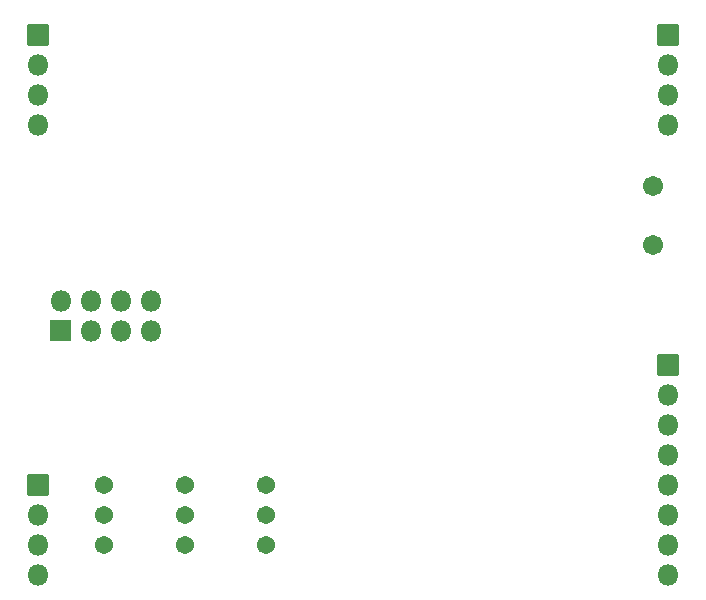
<source format=gbs>
G04 #@! TF.GenerationSoftware,KiCad,Pcbnew,6.0.5+dfsg-1~bpo11+1*
G04 #@! TF.CreationDate,2022-08-08T19:40:30+00:00*
G04 #@! TF.ProjectId,late_MS20_VCF_plug_in_board,6c617465-5f4d-4533-9230-5f5643465f70,0.1*
G04 #@! TF.SameCoordinates,Original*
G04 #@! TF.FileFunction,Soldermask,Bot*
G04 #@! TF.FilePolarity,Negative*
%FSLAX46Y46*%
G04 Gerber Fmt 4.6, Leading zero omitted, Abs format (unit mm)*
G04 Created by KiCad (PCBNEW 6.0.5+dfsg-1~bpo11+1) date 2022-08-08 19:40:30*
%MOMM*%
%LPD*%
G01*
G04 APERTURE LIST*
%ADD10C,1.542000*%
%ADD11C,1.702000*%
%ADD12O,1.802000X1.802000*%
G04 APERTURE END LIST*
D10*
X137541000Y-118745000D03*
X137541000Y-116205000D03*
X137541000Y-113665000D03*
X130683000Y-118745000D03*
X130683000Y-116205000D03*
X130683000Y-113665000D03*
D11*
X177165000Y-88345000D03*
X177165000Y-93345000D03*
G36*
G01*
X127850000Y-101485000D02*
X126150000Y-101485000D01*
G75*
G02*
X126099000Y-101434000I0J51000D01*
G01*
X126099000Y-99734000D01*
G75*
G02*
X126150000Y-99683000I51000J0D01*
G01*
X127850000Y-99683000D01*
G75*
G02*
X127901000Y-99734000I0J-51000D01*
G01*
X127901000Y-101434000D01*
G75*
G02*
X127850000Y-101485000I-51000J0D01*
G01*
G37*
D12*
X127000000Y-98044000D03*
X129540000Y-100584000D03*
X129540000Y-98044000D03*
X132080000Y-100584000D03*
X132080000Y-98044000D03*
X134620000Y-100584000D03*
X134620000Y-98044000D03*
D10*
X144399000Y-118745000D03*
X144399000Y-116205000D03*
X144399000Y-113665000D03*
G36*
G01*
X125996000Y-74715000D02*
X125996000Y-76415000D01*
G75*
G02*
X125945000Y-76466000I-51000J0D01*
G01*
X124245000Y-76466000D01*
G75*
G02*
X124194000Y-76415000I0J51000D01*
G01*
X124194000Y-74715000D01*
G75*
G02*
X124245000Y-74664000I51000J0D01*
G01*
X125945000Y-74664000D01*
G75*
G02*
X125996000Y-74715000I0J-51000D01*
G01*
G37*
D12*
X125095000Y-78105000D03*
X125095000Y-80645000D03*
X125095000Y-83185000D03*
G36*
G01*
X125996000Y-112815000D02*
X125996000Y-114515000D01*
G75*
G02*
X125945000Y-114566000I-51000J0D01*
G01*
X124245000Y-114566000D01*
G75*
G02*
X124194000Y-114515000I0J51000D01*
G01*
X124194000Y-112815000D01*
G75*
G02*
X124245000Y-112764000I51000J0D01*
G01*
X125945000Y-112764000D01*
G75*
G02*
X125996000Y-112815000I0J-51000D01*
G01*
G37*
X125095000Y-116205000D03*
X125095000Y-118745000D03*
X125095000Y-121285000D03*
G36*
G01*
X179336000Y-74715000D02*
X179336000Y-76415000D01*
G75*
G02*
X179285000Y-76466000I-51000J0D01*
G01*
X177585000Y-76466000D01*
G75*
G02*
X177534000Y-76415000I0J51000D01*
G01*
X177534000Y-74715000D01*
G75*
G02*
X177585000Y-74664000I51000J0D01*
G01*
X179285000Y-74664000D01*
G75*
G02*
X179336000Y-74715000I0J-51000D01*
G01*
G37*
X178435000Y-78105000D03*
X178435000Y-80645000D03*
X178435000Y-83185000D03*
G36*
G01*
X179336000Y-102655000D02*
X179336000Y-104355000D01*
G75*
G02*
X179285000Y-104406000I-51000J0D01*
G01*
X177585000Y-104406000D01*
G75*
G02*
X177534000Y-104355000I0J51000D01*
G01*
X177534000Y-102655000D01*
G75*
G02*
X177585000Y-102604000I51000J0D01*
G01*
X179285000Y-102604000D01*
G75*
G02*
X179336000Y-102655000I0J-51000D01*
G01*
G37*
X178435000Y-106045000D03*
X178435000Y-108585000D03*
X178435000Y-111125000D03*
X178435000Y-113665000D03*
X178435000Y-116205000D03*
X178435000Y-118745000D03*
X178435000Y-121285000D03*
M02*

</source>
